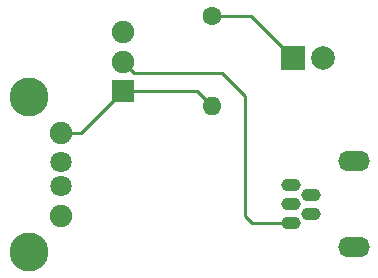
<source format=gtl>
%TF.GenerationSoftware,KiCad,Pcbnew,(5.1.9)-1*%
%TF.CreationDate,2021-04-25T21:03:41-04:00*%
%TF.ProjectId,PowerStripper,506f7765-7253-4747-9269-707065722e6b,v01*%
%TF.SameCoordinates,Original*%
%TF.FileFunction,Copper,L1,Top*%
%TF.FilePolarity,Positive*%
%FSLAX46Y46*%
G04 Gerber Fmt 4.6, Leading zero omitted, Abs format (unit mm)*
G04 Created by KiCad (PCBNEW (5.1.9)-1) date 2021-04-25 21:03:41*
%MOMM*%
%LPD*%
G01*
G04 APERTURE LIST*
%TA.AperFunction,ComponentPad*%
%ADD10O,1.650000X1.100000*%
%TD*%
%TA.AperFunction,ComponentPad*%
%ADD11O,2.700000X1.700000*%
%TD*%
%TA.AperFunction,ComponentPad*%
%ADD12C,3.300000*%
%TD*%
%TA.AperFunction,ComponentPad*%
%ADD13C,1.900000*%
%TD*%
%TA.AperFunction,ComponentPad*%
%ADD14C,1.800000*%
%TD*%
%TA.AperFunction,ComponentPad*%
%ADD15R,2.000000X2.000000*%
%TD*%
%TA.AperFunction,ComponentPad*%
%ADD16C,2.000000*%
%TD*%
%TA.AperFunction,ComponentPad*%
%ADD17O,1.600000X1.600000*%
%TD*%
%TA.AperFunction,ComponentPad*%
%ADD18C,1.600000*%
%TD*%
%TA.AperFunction,ComponentPad*%
%ADD19R,1.900000X1.900000*%
%TD*%
%TA.AperFunction,Conductor*%
%ADD20C,0.250000*%
%TD*%
G04 APERTURE END LIST*
D10*
%TO.P,J1,3*%
%TO.N,D+*%
X125378800Y-112217200D03*
%TO.P,J1,1*%
%TO.N,Net-(J1-Pad1)*%
X125378800Y-113817200D03*
%TO.P,J1,5*%
%TO.N,GND*%
X125378800Y-110617200D03*
%TO.P,J1,2*%
%TO.N,D-*%
X127128800Y-113017200D03*
%TO.P,J1,4*%
%TO.N,Net-(J1-Pad4)*%
X127128800Y-111417200D03*
D11*
%TO.P,J1,SH*%
%TO.N,GND*%
X130703800Y-115867200D03*
X130703800Y-108567200D03*
%TD*%
D12*
%TO.P,J2,SH*%
%TO.N,GND*%
X103174800Y-103107200D03*
X103174800Y-116247200D03*
D13*
%TO.P,J2,1*%
%TO.N,Net-(J2-Pad1)*%
X105884800Y-106177200D03*
D14*
%TO.P,J2,2*%
%TO.N,D-*%
X105884800Y-108677200D03*
%TO.P,J2,3*%
%TO.N,D+*%
X105884800Y-110677200D03*
D13*
%TO.P,J2,4*%
%TO.N,GND*%
X105884800Y-113177200D03*
%TD*%
D15*
%TO.P,D1,1*%
%TO.N,Net-(D1-Pad1)*%
X125552200Y-99872800D03*
D16*
%TO.P,D1,2*%
%TO.N,GND*%
X128092200Y-99872800D03*
%TD*%
D17*
%TO.P,R1,2*%
%TO.N,Net-(J2-Pad1)*%
X118719600Y-103911400D03*
D18*
%TO.P,R1,1*%
%TO.N,Net-(D1-Pad1)*%
X118719600Y-96291400D03*
%TD*%
D19*
%TO.P,S1,1*%
%TO.N,Net-(J2-Pad1)*%
X111150400Y-102641400D03*
D13*
%TO.P,S1,2*%
%TO.N,Net-(J1-Pad1)*%
X111150400Y-100141400D03*
%TO.P,S1,3*%
%TO.N,Net-(S1-Pad3)*%
X111150400Y-97641400D03*
%TD*%
D20*
%TO.N,Net-(D1-Pad1)*%
X121970800Y-96291400D02*
X125552200Y-99872800D01*
X118719600Y-96291400D02*
X121970800Y-96291400D01*
%TO.N,Net-(J1-Pad1)*%
X122097600Y-113817200D02*
X125653800Y-113817200D01*
X121513600Y-113233200D02*
X122097600Y-113817200D01*
X121513600Y-103047800D02*
X121513600Y-113233200D01*
X119557199Y-101091399D02*
X121513600Y-103047800D01*
X112100399Y-101091399D02*
X119557199Y-101091399D01*
X111150400Y-100141400D02*
X112100399Y-101091399D01*
%TO.N,Net-(J2-Pad1)*%
X107614600Y-106177200D02*
X111150400Y-102641400D01*
X105884800Y-106177200D02*
X107614600Y-106177200D01*
X117449600Y-102641400D02*
X118719600Y-103911400D01*
X111150400Y-102641400D02*
X117449600Y-102641400D01*
%TD*%
M02*

</source>
